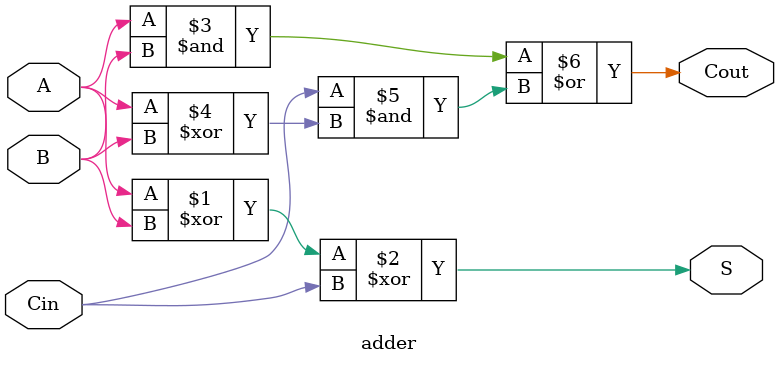
<source format=v>
module	full_adder_1(A,B,Cin,Cout,S);

input	[4:0]A,B;
input	Cin;

output	[4:0]S;
output	Cout;

wire	Cout0,Cout1,Cout2,Cout3;

adder	adder0(A[0],B[0],Cin,Cout0,S[0]);
adder	adder1(A[1],B[1],Cout0,Cout1,S[1]);
adder	adder2(A[2],B[2],Cout1,Cout2,S[2]);
adder	adder3(A[3],B[3],Cout2,Cout3,S[3]);
adder	adder4(A[4],B[4],Cout3,Cout,S[4]);

endmodule



// function for 1 bit adder
module	adder(A,B,Cin,Cout,S);

input	A,B,Cin;
output	Cout,S;

assign	S=A ^ B ^ Cin;
assign	Cout=(A & B) | (Cin & (A ^ B));

endmodule
</source>
